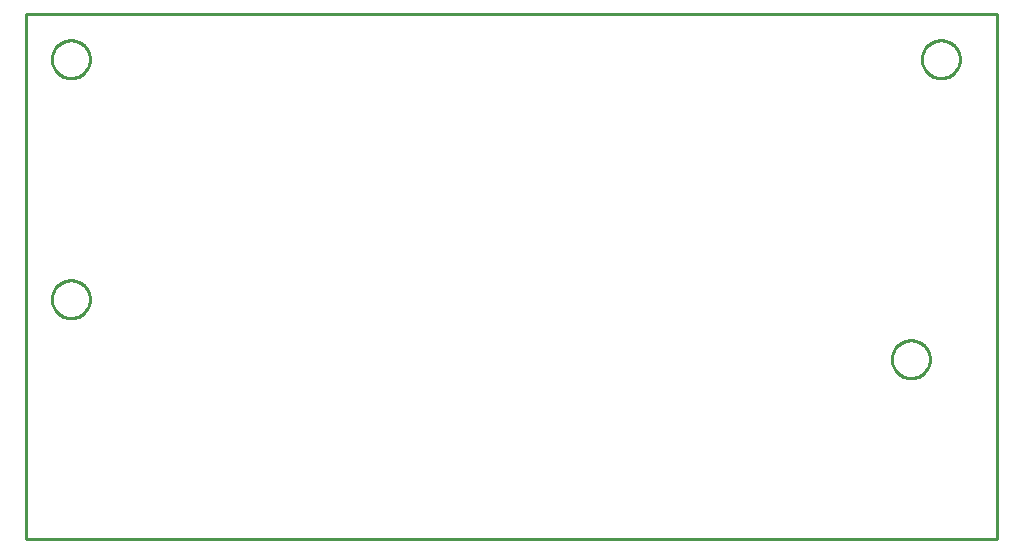
<source format=gbr>
G04 EAGLE Gerber X2 export*
%TF.Part,Single*%
%TF.FileFunction,Profile,NP*%
%TF.FilePolarity,Positive*%
%TF.GenerationSoftware,Autodesk,EAGLE,9.1.0*%
%TF.CreationDate,2019-05-26T14:19:04Z*%
G75*
%MOMM*%
%FSLAX34Y34*%
%LPD*%
%AMOC8*
5,1,8,0,0,1.08239X$1,22.5*%
G01*
%ADD10C,0.254000*%


D10*
X0Y0D02*
X822200Y0D01*
X822200Y444400D01*
X0Y444400D01*
X0Y0D01*
X54100Y405876D02*
X54032Y404831D01*
X53895Y403792D01*
X53690Y402765D01*
X53419Y401753D01*
X53083Y400761D01*
X52682Y399793D01*
X52218Y398854D01*
X51695Y397946D01*
X51113Y397075D01*
X50475Y396244D01*
X49784Y395457D01*
X49043Y394716D01*
X48256Y394025D01*
X47425Y393388D01*
X46554Y392806D01*
X45646Y392282D01*
X44707Y391818D01*
X43739Y391417D01*
X42747Y391081D01*
X41735Y390810D01*
X40708Y390605D01*
X39669Y390469D01*
X38624Y390400D01*
X37576Y390400D01*
X36531Y390469D01*
X35492Y390605D01*
X34465Y390810D01*
X33453Y391081D01*
X32461Y391417D01*
X31493Y391818D01*
X30554Y392282D01*
X29646Y392806D01*
X28775Y393388D01*
X27944Y394025D01*
X27157Y394716D01*
X26416Y395457D01*
X25725Y396244D01*
X25088Y397075D01*
X24506Y397946D01*
X23982Y398854D01*
X23518Y399793D01*
X23117Y400761D01*
X22781Y401753D01*
X22510Y402765D01*
X22305Y403792D01*
X22169Y404831D01*
X22100Y405876D01*
X22100Y406924D01*
X22169Y407969D01*
X22305Y409008D01*
X22510Y410035D01*
X22781Y411047D01*
X23117Y412039D01*
X23518Y413007D01*
X23982Y413946D01*
X24506Y414854D01*
X25088Y415725D01*
X25725Y416556D01*
X26416Y417343D01*
X27157Y418084D01*
X27944Y418775D01*
X28775Y419413D01*
X29646Y419995D01*
X30554Y420518D01*
X31493Y420982D01*
X32461Y421383D01*
X33453Y421719D01*
X34465Y421990D01*
X35492Y422195D01*
X36531Y422332D01*
X37576Y422400D01*
X38624Y422400D01*
X39669Y422332D01*
X40708Y422195D01*
X41735Y421990D01*
X42747Y421719D01*
X43739Y421383D01*
X44707Y420982D01*
X45646Y420518D01*
X46554Y419995D01*
X47425Y419413D01*
X48256Y418775D01*
X49043Y418084D01*
X49784Y417343D01*
X50475Y416556D01*
X51113Y415725D01*
X51695Y414854D01*
X52218Y413946D01*
X52682Y413007D01*
X53083Y412039D01*
X53419Y411047D01*
X53690Y410035D01*
X53895Y409008D01*
X54032Y407969D01*
X54100Y406924D01*
X54100Y405876D01*
X54100Y202676D02*
X54032Y201631D01*
X53895Y200592D01*
X53690Y199565D01*
X53419Y198553D01*
X53083Y197561D01*
X52682Y196593D01*
X52218Y195654D01*
X51695Y194746D01*
X51113Y193875D01*
X50475Y193044D01*
X49784Y192257D01*
X49043Y191516D01*
X48256Y190825D01*
X47425Y190188D01*
X46554Y189606D01*
X45646Y189082D01*
X44707Y188618D01*
X43739Y188217D01*
X42747Y187881D01*
X41735Y187610D01*
X40708Y187405D01*
X39669Y187269D01*
X38624Y187200D01*
X37576Y187200D01*
X36531Y187269D01*
X35492Y187405D01*
X34465Y187610D01*
X33453Y187881D01*
X32461Y188217D01*
X31493Y188618D01*
X30554Y189082D01*
X29646Y189606D01*
X28775Y190188D01*
X27944Y190825D01*
X27157Y191516D01*
X26416Y192257D01*
X25725Y193044D01*
X25088Y193875D01*
X24506Y194746D01*
X23982Y195654D01*
X23518Y196593D01*
X23117Y197561D01*
X22781Y198553D01*
X22510Y199565D01*
X22305Y200592D01*
X22169Y201631D01*
X22100Y202676D01*
X22100Y203724D01*
X22169Y204769D01*
X22305Y205808D01*
X22510Y206835D01*
X22781Y207847D01*
X23117Y208839D01*
X23518Y209807D01*
X23982Y210746D01*
X24506Y211654D01*
X25088Y212525D01*
X25725Y213356D01*
X26416Y214143D01*
X27157Y214884D01*
X27944Y215575D01*
X28775Y216213D01*
X29646Y216795D01*
X30554Y217318D01*
X31493Y217782D01*
X32461Y218183D01*
X33453Y218519D01*
X34465Y218790D01*
X35492Y218995D01*
X36531Y219132D01*
X37576Y219200D01*
X38624Y219200D01*
X39669Y219132D01*
X40708Y218995D01*
X41735Y218790D01*
X42747Y218519D01*
X43739Y218183D01*
X44707Y217782D01*
X45646Y217318D01*
X46554Y216795D01*
X47425Y216213D01*
X48256Y215575D01*
X49043Y214884D01*
X49784Y214143D01*
X50475Y213356D01*
X51113Y212525D01*
X51695Y211654D01*
X52218Y210746D01*
X52682Y209807D01*
X53083Y208839D01*
X53419Y207847D01*
X53690Y206835D01*
X53895Y205808D01*
X54032Y204769D01*
X54100Y203724D01*
X54100Y202676D01*
X790700Y405876D02*
X790632Y404831D01*
X790495Y403792D01*
X790290Y402765D01*
X790019Y401753D01*
X789683Y400761D01*
X789282Y399793D01*
X788818Y398854D01*
X788295Y397946D01*
X787713Y397075D01*
X787075Y396244D01*
X786384Y395457D01*
X785643Y394716D01*
X784856Y394025D01*
X784025Y393388D01*
X783154Y392806D01*
X782246Y392282D01*
X781307Y391818D01*
X780339Y391417D01*
X779347Y391081D01*
X778335Y390810D01*
X777308Y390605D01*
X776269Y390469D01*
X775224Y390400D01*
X774176Y390400D01*
X773131Y390469D01*
X772092Y390605D01*
X771065Y390810D01*
X770053Y391081D01*
X769061Y391417D01*
X768093Y391818D01*
X767154Y392282D01*
X766246Y392806D01*
X765375Y393388D01*
X764544Y394025D01*
X763757Y394716D01*
X763016Y395457D01*
X762325Y396244D01*
X761688Y397075D01*
X761106Y397946D01*
X760582Y398854D01*
X760118Y399793D01*
X759717Y400761D01*
X759381Y401753D01*
X759110Y402765D01*
X758905Y403792D01*
X758769Y404831D01*
X758700Y405876D01*
X758700Y406924D01*
X758769Y407969D01*
X758905Y409008D01*
X759110Y410035D01*
X759381Y411047D01*
X759717Y412039D01*
X760118Y413007D01*
X760582Y413946D01*
X761106Y414854D01*
X761688Y415725D01*
X762325Y416556D01*
X763016Y417343D01*
X763757Y418084D01*
X764544Y418775D01*
X765375Y419413D01*
X766246Y419995D01*
X767154Y420518D01*
X768093Y420982D01*
X769061Y421383D01*
X770053Y421719D01*
X771065Y421990D01*
X772092Y422195D01*
X773131Y422332D01*
X774176Y422400D01*
X775224Y422400D01*
X776269Y422332D01*
X777308Y422195D01*
X778335Y421990D01*
X779347Y421719D01*
X780339Y421383D01*
X781307Y420982D01*
X782246Y420518D01*
X783154Y419995D01*
X784025Y419413D01*
X784856Y418775D01*
X785643Y418084D01*
X786384Y417343D01*
X787075Y416556D01*
X787713Y415725D01*
X788295Y414854D01*
X788818Y413946D01*
X789282Y413007D01*
X789683Y412039D01*
X790019Y411047D01*
X790290Y410035D01*
X790495Y409008D01*
X790632Y407969D01*
X790700Y406924D01*
X790700Y405876D01*
X765300Y151876D02*
X765232Y150831D01*
X765095Y149792D01*
X764890Y148765D01*
X764619Y147753D01*
X764283Y146761D01*
X763882Y145793D01*
X763418Y144854D01*
X762895Y143946D01*
X762313Y143075D01*
X761675Y142244D01*
X760984Y141457D01*
X760243Y140716D01*
X759456Y140025D01*
X758625Y139388D01*
X757754Y138806D01*
X756846Y138282D01*
X755907Y137818D01*
X754939Y137417D01*
X753947Y137081D01*
X752935Y136810D01*
X751908Y136605D01*
X750869Y136469D01*
X749824Y136400D01*
X748776Y136400D01*
X747731Y136469D01*
X746692Y136605D01*
X745665Y136810D01*
X744653Y137081D01*
X743661Y137417D01*
X742693Y137818D01*
X741754Y138282D01*
X740846Y138806D01*
X739975Y139388D01*
X739144Y140025D01*
X738357Y140716D01*
X737616Y141457D01*
X736925Y142244D01*
X736288Y143075D01*
X735706Y143946D01*
X735182Y144854D01*
X734718Y145793D01*
X734317Y146761D01*
X733981Y147753D01*
X733710Y148765D01*
X733505Y149792D01*
X733369Y150831D01*
X733300Y151876D01*
X733300Y152924D01*
X733369Y153969D01*
X733505Y155008D01*
X733710Y156035D01*
X733981Y157047D01*
X734317Y158039D01*
X734718Y159007D01*
X735182Y159946D01*
X735706Y160854D01*
X736288Y161725D01*
X736925Y162556D01*
X737616Y163343D01*
X738357Y164084D01*
X739144Y164775D01*
X739975Y165413D01*
X740846Y165995D01*
X741754Y166518D01*
X742693Y166982D01*
X743661Y167383D01*
X744653Y167719D01*
X745665Y167990D01*
X746692Y168195D01*
X747731Y168332D01*
X748776Y168400D01*
X749824Y168400D01*
X750869Y168332D01*
X751908Y168195D01*
X752935Y167990D01*
X753947Y167719D01*
X754939Y167383D01*
X755907Y166982D01*
X756846Y166518D01*
X757754Y165995D01*
X758625Y165413D01*
X759456Y164775D01*
X760243Y164084D01*
X760984Y163343D01*
X761675Y162556D01*
X762313Y161725D01*
X762895Y160854D01*
X763418Y159946D01*
X763882Y159007D01*
X764283Y158039D01*
X764619Y157047D01*
X764890Y156035D01*
X765095Y155008D01*
X765232Y153969D01*
X765300Y152924D01*
X765300Y151876D01*
M02*

</source>
